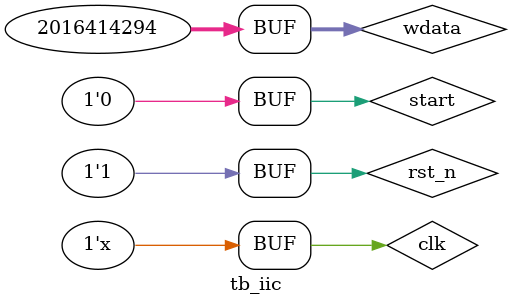
<source format=v>
`timescale 1ns / 1ps


module tb_iic;

	// Inputs
	reg clk;
	reg rst_n;
	reg start;
    reg [31:0]wdata;
	// Outputs
	wire iic_scl;

	// Bidirs
	wire iic_sda;
	wire [7:0]iic_data;
    wire busy;


	// Instantiate the Unit Under Test (UUT)
	ov5640_iic uut (
		.clk(clk), 
		.rst_n(rst_n), 
		.start(start), 
		.wdata(wdata),
		.iic_scl(iic_scl), 
		.iic_sda(iic_sda),
		.iic_data(iic_data),
	    .busy(busy)
	);
always #10 clk = ~clk;
	initial begin
		// Initialize Inputs
		clk = 0;
		rst_n = 0;
		wdata = 0;
		start = 0;

		// Wait 100 ns for global reset to finish
		#100;
		rst_n = 1;
		wdata = 32'h79300a00;
		#1000;
		start = 1;
		#20;
		start = 0;
		#200000000;
		wdata = 32'h78300a56;
		start = 1;
		#20;
		start = 0;
		#200000000;
		wdata = 32'h78300a56;
		start = 1;
		#20;
		start = 0;
        
		// Add stimulus here

	end
      
endmodule


</source>
